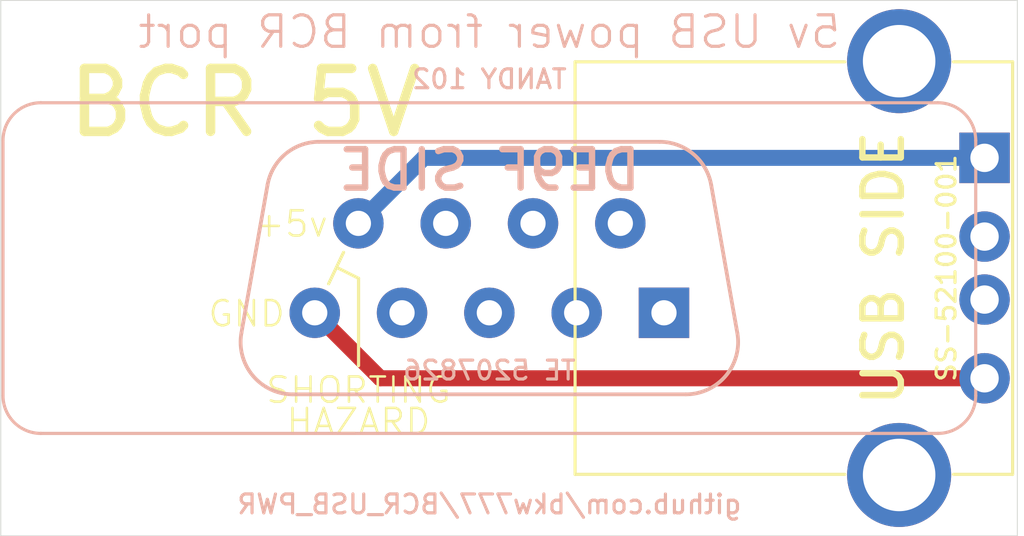
<source format=kicad_pcb>
(kicad_pcb (version 20171130) (host pcbnew 5.1.5-52549c5~84~ubuntu19.04.1)

  (general
    (thickness 1.6)
    (drawings 21)
    (tracks 4)
    (zones 0)
    (modules 2)
    (nets 4)
  )

  (page A4)
  (layers
    (0 F.Cu signal)
    (31 B.Cu signal)
    (32 B.Adhes user)
    (33 F.Adhes user)
    (34 B.Paste user)
    (35 F.Paste user)
    (36 B.SilkS user)
    (37 F.SilkS user)
    (38 B.Mask user)
    (39 F.Mask user)
    (40 Dwgs.User user hide)
    (41 Cmts.User user hide)
    (42 Eco1.User user hide)
    (43 Eco2.User user hide)
    (44 Edge.Cuts user)
    (45 Margin user hide)
    (46 B.CrtYd user hide)
    (47 F.CrtYd user hide)
    (48 B.Fab user hide)
    (49 F.Fab user hide)
  )

  (setup
    (last_trace_width 0.25)
    (user_trace_width 0.508)
    (trace_clearance 0.2)
    (zone_clearance 0.508)
    (zone_45_only no)
    (trace_min 0.2)
    (via_size 0.8)
    (via_drill 0.4)
    (via_min_size 0.4)
    (via_min_drill 0.3)
    (user_via 0.508 0.3048)
    (uvia_size 0.3)
    (uvia_drill 0.1)
    (uvias_allowed no)
    (uvia_min_size 0.2)
    (uvia_min_drill 0.1)
    (edge_width 0.05)
    (segment_width 0.2)
    (pcb_text_width 0.3)
    (pcb_text_size 1.5 1.5)
    (mod_edge_width 0.1016)
    (mod_text_size 1 1)
    (mod_text_width 0.15)
    (pad_size 1.524 1.524)
    (pad_drill 0.762)
    (pad_to_mask_clearance 0)
    (aux_axis_origin 0 0)
    (grid_origin 127 95.758)
    (visible_elements FFFFFF7F)
    (pcbplotparams
      (layerselection 0x010fc_ffffffff)
      (usegerberextensions false)
      (usegerberattributes false)
      (usegerberadvancedattributes false)
      (creategerberjobfile false)
      (excludeedgelayer true)
      (linewidth 0.100000)
      (plotframeref false)
      (viasonmask false)
      (mode 1)
      (useauxorigin false)
      (hpglpennumber 1)
      (hpglpenspeed 20)
      (hpglpendiameter 15.000000)
      (psnegative false)
      (psa4output false)
      (plotreference true)
      (plotvalue true)
      (plotinvisibletext false)
      (padsonsilk false)
      (subtractmaskfromsilk false)
      (outputformat 1)
      (mirror false)
      (drillshape 1)
      (scaleselection 1)
      (outputdirectory ""))
  )

  (net 0 "")
  (net 1 /+5V)
  (net 2 /GND)
  (net 3 "Net-(CN2-PadSH)")

  (net_class Default "This is the default net class."
    (clearance 0.2)
    (trace_width 0.25)
    (via_dia 0.8)
    (via_drill 0.4)
    (uvia_dia 0.3)
    (uvia_drill 0.1)
    (add_net /+5V)
    (add_net /GND)
    (add_net "Net-(CN2-PadSH)")
  )

  (module 0_LOCAL:USB_A_Female_UE27AC54100 (layer F.Cu) (tedit 5F1010EA) (tstamp 5F0C1E7E)
    (at 140 95.758 270)
    (path /5F0C3585)
    (fp_text reference CN2 (at 0 -0.889 270 unlocked) (layer F.SilkS) hide
      (effects (font (size 1 1) (thickness 0.15)))
    )
    (fp_text value UE27AC54100 (at 0 11.35 270) (layer F.Fab)
      (effects (font (size 1 1) (thickness 0.15)))
    )
    (fp_line (start -6.55 -3.6) (end 6.55 -3.6) (layer F.SilkS) (width 0.1))
    (fp_line (start 6.55 1.725) (end 6.55 10.28) (layer F.SilkS) (width 0.1))
    (fp_line (start -6.55 1.725) (end -6.55 10.28) (layer F.SilkS) (width 0.1))
    (fp_line (start -6.55 -3.6) (end -6.55 -1.725) (layer F.SilkS) (width 0.1))
    (fp_line (start -6.55 -3.6) (end 6.55 -3.6) (layer F.Fab) (width 0.1))
    (fp_line (start 6.55 -3.6) (end 6.55 10.28) (layer F.Fab) (width 0.1))
    (fp_line (start -6.55 -3.6) (end -6.55 10.28) (layer F.Fab) (width 0.1))
    (fp_line (start -6.55 10.28) (end 6.55 10.28) (layer F.Fab) (width 0.1))
    (fp_line (start 6.55 -3.6) (end 6.55 -1.725) (layer F.SilkS) (width 0.1))
    (fp_line (start 6.55 10.28) (end -6.55 10.28) (layer F.SilkS) (width 0.1))
    (fp_line (start -8.45 -3.94) (end 8.45 -3.94) (layer F.CrtYd) (width 0.05))
    (fp_line (start 8.45 -3.94) (end 8.45 10.375) (layer F.CrtYd) (width 0.05))
    (fp_line (start -8.45 -3.94) (end -8.45 10.375) (layer F.CrtYd) (width 0.05))
    (fp_line (start -8.45 10.375) (end 8.45 10.375) (layer F.CrtYd) (width 0.05))
    (fp_text user %R (at -0.025 0.975 270) (layer F.Fab)
      (effects (font (size 1 1) (thickness 0.15)))
    )
    (pad 4 thru_hole circle (at 3.5 -2.71 270) (size 1.6 1.6) (drill 0.9) (layers *.Cu *.Mask)
      (net 2 /GND))
    (pad 3 thru_hole circle (at 1 -2.71 270) (size 1.6 1.6) (drill 0.9) (layers *.Cu *.Mask))
    (pad 2 thru_hole circle (at -1 -2.71 270) (size 1.6 1.6) (drill 0.9) (layers *.Cu *.Mask))
    (pad 1 thru_hole rect (at -3.5 -2.71 270) (size 1.6 1.6) (drill 0.9) (layers *.Cu *.Mask)
      (net 1 /+5V))
    (pad SH thru_hole circle (at 6.57 0 270) (size 3.3 3.3) (drill 2.3) (layers *.Cu *.Mask)
      (net 3 "Net-(CN2-PadSH)"))
    (pad SH thru_hole circle (at -6.57 0 270) (size 3.3 3.3) (drill 2.3) (layers *.Cu *.Mask)
      (net 3 "Net-(CN2-PadSH)"))
    (model ${KIPRJMOD}/3dmodels/USB-A_female_horiz_thru.step
      (offset (xyz 0 3.5 6.9))
      (scale (xyz 1 1 1))
      (rotate (xyz 0 0 0))
    )
  )

  (module 0_LOCAL:TE-5207826 (layer B.Cu) (tedit 5F103B7F) (tstamp 5F0FF5C2)
    (at 132.54 97.178)
    (descr "9-pin D-Sub connector, straight/vertical, THT-mount, female, pitch 2.77x2.84mm, distance of mounting holes 25mm, see https://disti-assets.s3.amazonaws.com/tonar/files/datasheets/16730.pdf")
    (tags "9-pin D-Sub connector straight vertical THT female pitch 2.77x2.84mm mounting holes distance 25mm")
    (path /5F0C8236)
    (fp_text reference CN1 (at -5.5372 1.7018 -180) (layer B.SilkS) hide
      (effects (font (size 1 1) (thickness 0.15)) (justify mirror))
    )
    (fp_text value DB9_Female (at -5.54 -4.53 -180) (layer B.Fab)
      (effects (font (size 1 1) (thickness 0.15)) (justify mirror))
    )
    (fp_arc (start -19.77 2.63) (end -19.77 3.83) (angle 90) (layer B.SilkS) (width 0.1))
    (fp_arc (start -19.77 -5.47) (end -20.97 -5.47) (angle 90) (layer B.SilkS) (width 0.1))
    (fp_arc (start 8.69 -5.47) (end 8.69 -6.67) (angle 90) (layer B.SilkS) (width 0.1))
    (fp_arc (start 8.69 2.63) (end 9.89 2.63) (angle 90) (layer B.SilkS) (width 0.1))
    (fp_line (start 9.89 -5.47) (end 9.89 2.63) (layer B.SilkS) (width 0.1))
    (fp_line (start -19.77 -6.67) (end 8.69 -6.67) (layer B.SilkS) (width 0.1))
    (fp_line (start -19.77 3.83) (end 8.69 3.83) (layer B.SilkS) (width 0.1))
    (fp_text user %R (at -5.54 -1.42 -180) (layer B.Fab)
      (effects (font (size 1 1) (thickness 0.15)) (justify mirror))
    )
    (fp_line (start 9.96 3.91) (end -21.04 3.91) (layer B.CrtYd) (width 0.05))
    (fp_line (start 9.96 -6.74) (end 9.96 3.91) (layer B.CrtYd) (width 0.05))
    (fp_line (start -21.04 -6.74) (end 9.96 -6.74) (layer B.CrtYd) (width 0.05))
    (fp_line (start -21.04 3.91) (end -21.04 -6.74) (layer B.CrtYd) (width 0.05))
    (fp_line (start -13.40647 0.641744) (end -12.577733 -4.058256) (layer B.SilkS) (width 0.12))
    (fp_line (start 2.32647 0.641744) (end 1.497733 -4.058256) (layer B.SilkS) (width 0.12))
    (fp_line (start -10.942952 -5.43) (end -0.137048 -5.43) (layer B.SilkS) (width 0.12))
    (fp_line (start -11.771689 2.59) (end 0.691689 2.59) (layer B.SilkS) (width 0.12))
    (fp_line (start -13.358887 0.652163) (end -12.53015 -4.047837) (layer B.Fab) (width 0.1))
    (fp_line (start 2.278887 0.652163) (end 1.45015 -4.047837) (layer B.Fab) (width 0.1))
    (fp_line (start -10.954457 -5.37) (end -0.125543 -5.37) (layer B.Fab) (width 0.1))
    (fp_line (start -11.783194 2.53) (end 0.703194 2.53) (layer B.Fab) (width 0.1))
    (fp_line (start -20.97 -5.47) (end -20.97 2.63) (layer B.SilkS) (width 0.1))
    (fp_arc (start -0.137048 -3.77) (end -0.137048 -5.43) (angle 80) (layer B.SilkS) (width 0.12))
    (fp_arc (start -10.942952 -3.77) (end -10.942952 -5.43) (angle -80) (layer B.SilkS) (width 0.12))
    (fp_arc (start 0.691689 0.93) (end 0.691689 2.59) (angle -100) (layer B.SilkS) (width 0.12))
    (fp_arc (start -11.771689 0.93) (end -11.771689 2.59) (angle 100) (layer B.SilkS) (width 0.12))
    (fp_arc (start -0.125543 -3.77) (end -0.125543 -5.37) (angle 80) (layer B.Fab) (width 0.1))
    (fp_arc (start -10.954457 -3.77) (end -10.954457 -5.37) (angle -80) (layer B.Fab) (width 0.1))
    (fp_arc (start 0.703194 0.93) (end 0.703194 2.53) (angle -100) (layer B.Fab) (width 0.1))
    (fp_arc (start -11.783194 0.93) (end -11.783194 2.53) (angle 100) (layer B.Fab) (width 0.1))
    (fp_line (start -5.54 -0.82) (end -5.54 -2.02) (layer Dwgs.User) (width 0.01))
    (fp_line (start -6.54 -1.42) (end -4.54 -1.42) (layer Dwgs.User) (width 0.01))
    (pad 9 thru_hole circle (at -9.695 -2.84) (size 1.6 1.6) (drill 0.8) (layers *.Cu *.Mask)
      (net 1 /+5V))
    (pad 8 thru_hole circle (at -6.925 -2.84) (size 1.6 1.6) (drill 0.8) (layers *.Cu *.Mask))
    (pad 7 thru_hole circle (at -4.155 -2.84) (size 1.6 1.6) (drill 0.8) (layers *.Cu *.Mask))
    (pad 6 thru_hole circle (at -1.385 -2.84) (size 1.6 1.6) (drill 0.8) (layers *.Cu *.Mask))
    (pad 5 thru_hole circle (at -11.08 0) (size 1.6 1.6) (drill 0.8) (layers *.Cu *.Mask)
      (net 2 /GND))
    (pad 4 thru_hole circle (at -8.31 0) (size 1.6 1.6) (drill 0.8) (layers *.Cu *.Mask))
    (pad 3 thru_hole circle (at -5.54 0) (size 1.6 1.6) (drill 0.8) (layers *.Cu *.Mask))
    (pad 2 thru_hole circle (at -2.77 0) (size 1.6 1.6) (drill 0.8) (layers *.Cu *.Mask))
    (pad 1 thru_hole rect (at 0 0) (size 1.6 1.6) (drill 0.8) (layers *.Cu *.Mask))
    (model ${KIPRJMOD}/3dmodels/DE9F.step
      (offset (xyz -5.528 -1.42 12.2))
      (scale (xyz 1 1 1))
      (rotate (xyz 0 0 0))
    )
  )

  (gr_text HAZARD (at 122.85 100.633) (layer F.SilkS) (tstamp 5F10EDE6)
    (effects (font (size 0.8 0.8) (thickness 0.08)))
  )
  (gr_line (start 122.85 96.083) (end 122.85 98.858) (layer F.SilkS) (width 0.1016))
  (gr_line (start 122.15 95.733) (end 122.85 96.083) (layer F.SilkS) (width 0.1016))
  (gr_line (start 121.9 96.258) (end 122.375 95.258) (layer F.SilkS) (width 0.1016))
  (gr_text SHORTING (at 122.85 99.633) (layer F.SilkS) (tstamp 5F10491C)
    (effects (font (size 0.8 0.8) (thickness 0.08)))
  )
  (gr_text GND (at 119.3 97.208) (layer F.SilkS) (tstamp 5F104891)
    (effects (font (size 0.8 0.8) (thickness 0.08)))
  )
  (gr_text +5v (at 120.7 94.358) (layer F.SilkS)
    (effects (font (size 0.8 0.8) (thickness 0.08)))
  )
  (gr_text "TE 5207826" (at 127 99.008) (layer B.SilkS) (tstamp 5F0FB6BF)
    (effects (font (size 0.6 0.6) (thickness 0.1)) (justify mirror))
  )
  (gr_text SS-52100-001 (at 141.5 95.758 90) (layer F.SilkS) (tstamp 5F0FB5FB)
    (effects (font (size 0.6 0.6) (thickness 0.1)))
  )
  (gr_text github.com/bkw777/BCR_USB_PWR (at 127 103.258) (layer B.SilkS) (tstamp 5F0FA981)
    (effects (font (size 0.6 0.6) (thickness 0.1)) (justify mirror))
  )
  (gr_text "TANDY 102" (at 127 89.758) (layer B.SilkS) (tstamp 5F0FA697)
    (effects (font (size 0.6 0.6) (thickness 0.1)) (justify mirror))
  )
  (gr_text "5v USB power from BCR port" (at 127 88.258) (layer B.SilkS)
    (effects (font (size 1 1) (thickness 0.1)) (justify mirror))
  )
  (gr_line (start 114.3 87.376) (end 139.7 104.14) (layer Dwgs.User) (width 0.0254))
  (gr_line (start 114.3 104.14) (end 139.7 87.376) (layer Dwgs.User) (width 0.0254))
  (gr_text "BCR 5V" (at 119.25 90.508) (layer F.SilkS)
    (effects (font (size 2 2) (thickness 0.3)))
  )
  (gr_text "DE9F SIDE" (at 127.00508 92.64904) (layer B.SilkS)
    (effects (font (size 1.2192 1.2192) (thickness 0.2032)) (justify mirror))
  )
  (gr_text "USB SIDE" (at 139.5 95.758 90) (layer F.SilkS)
    (effects (font (size 1.2192 1.2192) (thickness 0.2032)))
  )
  (gr_line (start 111.5 87.258) (end 111.5 104.258) (layer Edge.Cuts) (width 0.0254))
  (gr_line (start 143.75 87.258) (end 111.5 87.258) (layer Edge.Cuts) (width 0.0254))
  (gr_line (start 143.75 104.258) (end 143.75 87.258) (layer Edge.Cuts) (width 0.0254) (tstamp 5F0FF7D7))
  (gr_line (start 111.5 104.258) (end 143.75 104.258) (layer Edge.Cuts) (width 0.0254))

  (segment (start 124.925 92.258) (end 122.845 94.338) (width 0.508) (layer B.Cu) (net 1))
  (segment (start 142.71 92.258) (end 124.925 92.258) (width 0.508) (layer B.Cu) (net 1))
  (segment (start 123.54 99.258) (end 121.46 97.178) (width 0.508) (layer F.Cu) (net 2))
  (segment (start 142.71 99.258) (end 123.54 99.258) (width 0.508) (layer F.Cu) (net 2))

)

</source>
